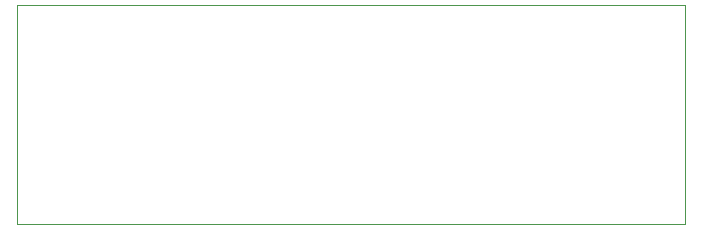
<source format=gbr>
%TF.GenerationSoftware,KiCad,Pcbnew,(5.1.6)-1*%
%TF.CreationDate,2021-12-15T21:30:18+00:00*%
%TF.ProjectId,elegoo_mars_heater,656c6567-6f6f-45f6-9d61-72735f686561,rev?*%
%TF.SameCoordinates,Original*%
%TF.FileFunction,Profile,NP*%
%FSLAX46Y46*%
G04 Gerber Fmt 4.6, Leading zero omitted, Abs format (unit mm)*
G04 Created by KiCad (PCBNEW (5.1.6)-1) date 2021-12-15 21:30:18*
%MOMM*%
%LPD*%
G01*
G04 APERTURE LIST*
%TA.AperFunction,Profile*%
%ADD10C,0.100000*%
%TD*%
G04 APERTURE END LIST*
D10*
X138776000Y-65654000D02*
X195276000Y-65654000D01*
X195276000Y-65654000D02*
X195276000Y-84154000D01*
X195276000Y-84154000D02*
X138776000Y-84154000D01*
X138776000Y-84154000D02*
X138776000Y-65654000D01*
M02*

</source>
